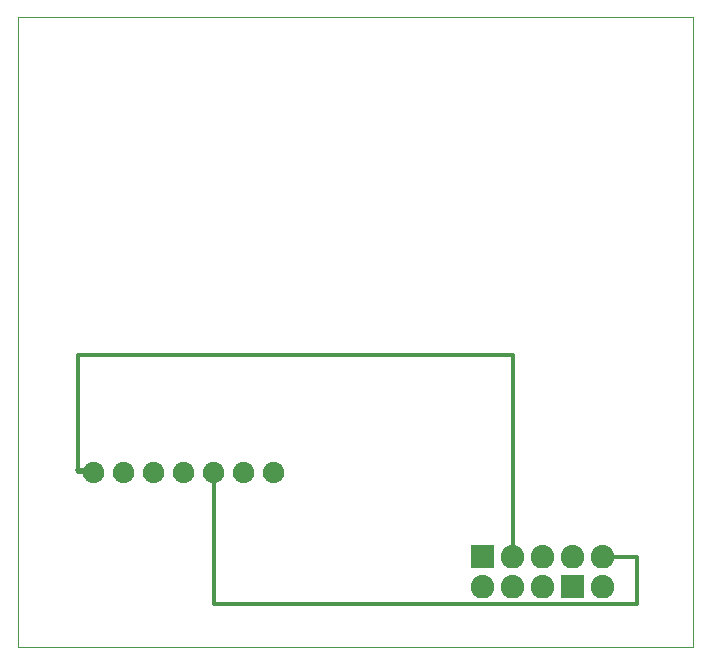
<source format=gtl>
G75*
G71*
%OFA0B0*%
%FSLAX23Y23*%
%IPPOS*%
%LPD*%
%ADD10C,0.1*%
%ADD11C,0.305*%
%LPD*%D10*
X0Y0D02*
X0Y100D01*
X0Y200D01*
X0Y300D01*
X0Y400D01*
X0Y499D01*
X0Y599D01*
X0Y699D01*
X0Y799D01*
X0Y899D01*
X0Y999D01*
X0Y1099D01*
X0Y1199D01*
X0Y1299D01*
X0Y1398D01*
X0Y1498D01*
X0Y1598D01*
X0Y1698D01*
X0Y1798D01*
X0Y1898D01*
X0Y1998D01*
X0Y2098D01*
X0Y2198D01*
X0Y2297D01*
X0Y2397D01*
X0Y2497D01*
X0Y2597D01*
X0Y2697D01*
X0Y2797D01*
X0Y2897D01*
X0Y2997D01*
X0Y3097D01*
X0Y3196D01*
X0Y3296D01*
X0Y3396D01*
X0Y3496D01*
X0Y3596D01*
X0Y3696D01*
X0Y3796D01*
X0Y3896D01*
X0Y3995D01*
X0Y4095D01*
X0Y4195D01*
X0Y4295D01*
X0Y4395D01*
X0Y4495D01*
X0Y4595D01*
X0Y4695D01*
X0Y4795D01*
X0Y4894D01*
X0Y4994D01*
X0Y5094D01*
X0Y5194D01*
X0Y5294D01*
X0Y5394D01*
X0Y5494D01*
X0Y5594D01*
X0Y5694D01*
X0Y5793D01*
X0Y5893D01*
X0Y5993D01*
X0Y6093D01*
X0Y6193D01*
X0Y6293D01*
X0Y6393D01*
X0Y6493D01*
X0Y6593D01*
X0Y6692D01*
X0Y6792D01*
X0Y6892D01*
X0Y6992D01*
X0Y7092D01*
X0Y7192D01*
X0Y7292D01*
X0Y7392D01*
X0Y7492D01*
X0Y7591D01*
X0Y7691D01*
X0Y7791D01*
X0Y7891D01*
X0Y7991D01*
X0Y8091D01*
X0Y8191D01*
X0Y8291D01*
X0Y8391D01*
X0Y8490D01*
X0Y8590D01*
X0Y8690D01*
X0Y8790D01*
X0Y8890D01*
X0Y8990D01*
X0Y9090D01*
X0Y9190D01*
X0Y9290D01*
X0Y9389D01*
X0Y9489D01*
X0Y9589D01*
X0Y9689D01*
X0Y9789D01*
X0Y9889D01*
X0Y9989D01*
X0Y10089D01*
X0Y10188D01*
X0Y10288D01*
X0Y10388D01*
X0Y10488D01*
X0Y10588D01*
X0Y10688D01*
X0Y10788D01*
X0Y10888D01*
X0Y10988D01*
X0Y11087D01*
X0Y11187D01*
X0Y11287D01*
X0Y11387D01*
X0Y11487D01*
X0Y11587D01*
X0Y11687D01*
X0Y11787D01*
X0Y11887D01*
X0Y11986D01*
X0Y12086D01*
X0Y12186D01*
X0Y12286D01*
X0Y12386D01*
X0Y12486D01*
X0Y12586D01*
X0Y12686D01*
X0Y12786D01*
X0Y12885D01*
X0Y12985D01*
X0Y13085D01*
X0Y13185D01*
X0Y13285D01*
X0Y13385D01*
X0Y13485D01*
X0Y13585D01*
X0Y13685D01*
X0Y13784D01*
X0Y13884D01*
X0Y13984D01*
X0Y14084D01*
X0Y14184D01*
X0Y14284D01*
X0Y14384D01*
X0Y14484D01*
X0Y14584D01*
X0Y14683D01*
X0Y14783D01*
X0Y14883D01*
X0Y14983D01*
X0Y15083D01*
X0Y15183D01*
X0Y15283D01*
X0Y15383D01*
X0Y15483D01*
X0Y15582D01*
X0Y15682D01*
X0Y15782D01*
X0Y15882D01*
X0Y15982D01*
X0Y16082D01*
X0Y16182D01*
X0Y16282D01*
X0Y16381D01*
X0Y16481D01*
X0Y16581D01*
X0Y16681D01*
X0Y16781D01*
X0Y16881D01*
X0Y16981D01*
X0Y17081D01*
X0Y17181D01*
X0Y17280D01*
X0Y17380D01*
X0Y17480D01*
X0Y17580D01*
X0Y17680D01*
X0Y17780D01*
X0Y17880D01*
X0Y17980D01*
X0Y18080D01*
X0Y18179D01*
X0Y18279D01*
X0Y18379D01*
X0Y18479D01*
X0Y18579D01*
X0Y18679D01*
X0Y18779D01*
X0Y18879D01*
X0Y18979D01*
X0Y19078D01*
X0Y19178D01*
X0Y19278D01*
X0Y19378D01*
X0Y19478D01*
X0Y19578D01*
X0Y19678D01*
X0Y19778D01*
X0Y19878D01*
X0Y19977D01*
X0Y20077D01*
X0Y20177D01*
X0Y20277D01*
X0Y20377D01*
X0Y20477D01*
X0Y20577D01*
X0Y20677D01*
X0Y20777D01*
X0Y20876D01*
X0Y20976D01*
X0Y21076D01*
X0Y21176D01*
X0Y21276D01*
X0Y21376D01*
X0Y21476D01*
X0Y21576D01*
X0Y21676D01*
X0Y21775D01*
X0Y21875D01*
X0Y21975D01*
X0Y22075D01*
X0Y22175D01*
X0Y22275D01*
X0Y22375D01*
X0Y22475D01*
X0Y22575D01*
X0Y22674D01*
X0Y22774D01*
X0Y22874D01*
X0Y22974D01*
X0Y23074D01*
X0Y23174D01*
X0Y23274D01*
X0Y23374D01*
X0Y23473D01*
X0Y23573D01*
X0Y23673D01*
X0Y23773D01*
X0Y23873D01*
X0Y23973D01*
X0Y24073D01*
X0Y24173D01*
X0Y24273D01*
X0Y24372D01*
X0Y24472D01*
X0Y24572D01*
X0Y24672D01*
X0Y24772D01*
X0Y24872D01*
X0Y24972D01*
X0Y25072D01*
X0Y25172D01*
X0Y25271D01*
X0Y25371D01*
X0Y25471D01*
X0Y25571D01*
X0Y25671D01*
X0Y25771D01*
X0Y25871D01*
X0Y25971D01*
X0Y26071D01*
X0Y26170D01*
X0Y26270D01*
X0Y26370D01*
X0Y26470D01*
X0Y26570D01*
X0Y26670D01*
X0Y26770D01*
X0Y26870D01*
X0Y26970D01*
X0Y27069D01*
X0Y27169D01*
X0Y27269D01*
X0Y27369D01*
X0Y27469D01*
X0Y27569D01*
X0Y27669D01*
X0Y27769D01*
X0Y27869D01*
X0Y27968D01*
X0Y28068D01*
X0Y28168D01*
X0Y28268D01*
X0Y28368D01*
X0Y28468D01*
X0Y28568D01*
X0Y28668D01*
X0Y28768D01*
X0Y28867D01*
X0Y28967D01*
X0Y29067D01*
X0Y29167D01*
X0Y29267D01*
X0Y29367D01*
X0Y29467D01*
X0Y29567D01*
X0Y29667D01*
X0Y29766D01*
X0Y29866D01*
X0Y29966D01*
X0Y30066D01*
X0Y30166D01*
X0Y30266D01*
X0Y30366D01*
X0Y30466D01*
X0Y30565D01*
X0Y30665D01*
X0Y30765D01*
X0Y30865D01*
X0Y30965D01*
X0Y31065D01*
X0Y31165D01*
X0Y31265D01*
X0Y31365D01*
X0Y31464D01*
X0Y31564D01*
X0Y31664D01*
X0Y31764D01*
X0Y31864D01*
X0Y31964D01*
X0Y32064D01*
X0Y32164D01*
X0Y32264D01*
X0Y32363D01*
X0Y32463D01*
X0Y32563D01*
X0Y32663D01*
X0Y32763D01*
X0Y32863D01*
X0Y32963D01*
X0Y33063D01*
X0Y33163D01*
X0Y33262D01*
X0Y33362D01*
X0Y33462D01*
X0Y33562D01*
X0Y33662D01*
X0Y33762D01*
X0Y33862D01*
X0Y33962D01*
X0Y34062D01*
X0Y34161D01*
X0Y34261D01*
X0Y34361D01*
X0Y34461D01*
X0Y34561D01*
X0Y34661D01*
X0Y34761D01*
X0Y34861D01*
X0Y34961D01*
X0Y35060D01*
X0Y35160D01*
X0Y35260D01*
X0Y35360D01*
X0Y35460D01*
X0Y35560D01*
X0Y35660D01*
X0Y35760D01*
X0Y35860D01*
X0Y35959D01*
X0Y36059D01*
X0Y36159D01*
X0Y36259D01*
X0Y36359D01*
X0Y36459D01*
X0Y36559D01*
X0Y36659D01*
X0Y36759D01*
X0Y36858D01*
X0Y36958D01*
X0Y37058D01*
X0Y37158D01*
X0Y37258D01*
X0Y37358D01*
X0Y37458D01*
X0Y37558D01*
X0Y37658D01*
X0Y37757D01*
X0Y37857D01*
X0Y37957D01*
X0Y38057D01*
X0Y38157D01*
X0Y38257D01*
X0Y38357D01*
X0Y38457D01*
X0Y38556D01*
X0Y38656D01*
X0Y38756D01*
X0Y38856D01*
X0Y38956D01*
X0Y39056D01*
X0Y39156D01*
X0Y39256D01*
X0Y39356D01*
X0Y39455D01*
X0Y39555D01*
X0Y39655D01*
X0Y39755D01*
X0Y39855D01*
X0Y39955D01*
X0Y40055D01*
X0Y40155D01*
X0Y40255D01*
X0Y40354D01*
X0Y40454D01*
X0Y40554D01*
X0Y40654D01*
X0Y40754D01*
X0Y40854D01*
X0Y40954D01*
X0Y41054D01*
X0Y41154D01*
X0Y41253D01*
X0Y41353D01*
X0Y41453D01*
X0Y41553D01*
X0Y41653D01*
X0Y41753D01*
X0Y41853D01*
X0Y41953D01*
X0Y42053D01*
X0Y42152D01*
X0Y42252D01*
X0Y42352D01*
X0Y42452D01*
X0Y42552D01*
X0Y42652D01*
X0Y42752D01*
X0Y42852D01*
X0Y42952D01*
X0Y43051D01*
X0Y43151D01*
X0Y43251D01*
X0Y43351D01*
X0Y43451D01*
X0Y43551D01*
X0Y43651D01*
X0Y43751D01*
X0Y43851D01*
X0Y43950D01*
X0Y44050D01*
X0Y44150D01*
X0Y44250D01*
X0Y44350D01*
X0Y44450D01*
X0Y44550D01*
X0Y44650D01*
X0Y44750D01*
X0Y44849D01*
X0Y44949D01*
X0Y45049D01*
X0Y45149D01*
X0Y45249D01*
X0Y45349D01*
X0Y45449D01*
X0Y45549D01*
X0Y45649D01*
X0Y45748D01*
X0Y45848D01*
X0Y45948D01*
X0Y46048D01*
X0Y46148D01*
X0Y46248D01*
X0Y46348D01*
X0Y46448D01*
X0Y46548D01*
X0Y46647D01*
X0Y46747D01*
X0Y46847D01*
X0Y46947D01*
X0Y47047D01*
X0Y47147D01*
X0Y47247D01*
X0Y47347D01*
X0Y47447D01*
X0Y47546D01*
X0Y47646D01*
X0Y47746D01*
X0Y47846D01*
X0Y47946D01*
X0Y48046D01*
X0Y48146D01*
X0Y48246D01*
X0Y48346D01*
X0Y48445D01*
X0Y48545D01*
X0Y48645D01*
X0Y48745D01*
X0Y48845D01*
X0Y48945D01*
X0Y49045D01*
X0Y49145D01*
X0Y49244D01*
X0Y49344D01*
X0Y49444D01*
X0Y49544D01*
X0Y49644D01*
X0Y49744D01*
X0Y49844D01*
X0Y49944D01*
X0Y50044D01*
X0Y50143D01*
X0Y50243D01*
X0Y50343D01*
X0Y50443D01*
X0Y50543D01*
X0Y50643D01*
X0Y50743D01*
X0Y50843D01*
X0Y50943D01*
X0Y51043D01*
X0Y51142D01*
X0Y51242D01*
X0Y51342D01*
X0Y51442D01*
X0Y51542D01*
X0Y51642D01*
X0Y51742D01*
X0Y51842D01*
X0Y51942D01*
X0Y52041D01*
X0Y52141D01*
X0Y52241D01*
X0Y52341D01*
X0Y52441D01*
X0Y52541D01*
X0Y52641D01*
X0Y52741D01*
X0Y52841D01*
X0Y52940D01*
X0Y53040D01*
X0Y53140D01*
X0Y53240D01*
X0Y53340D01*
X100Y53340D01*
X200Y53340D01*
X300Y53340D01*
X400Y53340D01*
X500Y53340D01*
X599Y53340D01*
X699Y53340D01*
X799Y53340D01*
X899Y53340D01*
X999Y53340D01*
X1099Y53340D01*
X1199Y53340D01*
X1299Y53340D01*
X1399Y53340D01*
X1499Y53340D01*
X1599Y53340D01*
X1699Y53340D01*
X1798Y53340D01*
X1898Y53340D01*
X1998Y53340D01*
X2098Y53340D01*
X2198Y53340D01*
X2298Y53340D01*
X2398Y53340D01*
X2498Y53340D01*
X2598Y53340D01*
X2698Y53340D01*
X2798Y53340D01*
X2897Y53340D01*
X2997Y53340D01*
X3097Y53340D01*
X3197Y53340D01*
X3297Y53340D01*
X3397Y53340D01*
X3497Y53340D01*
X3597Y53340D01*
X3697Y53340D01*
X3797Y53340D01*
X3897Y53340D01*
X3996Y53340D01*
X4096Y53340D01*
X4196Y53340D01*
X4296Y53340D01*
X4396Y53340D01*
X4496Y53340D01*
X4596Y53340D01*
X4696Y53340D01*
X4796Y53340D01*
X4896Y53340D01*
X4996Y53340D01*
X5096Y53340D01*
X5195Y53340D01*
X5295Y53340D01*
X5395Y53340D01*
X5495Y53340D01*
X5595Y53340D01*
X5695Y53340D01*
X5795Y53340D01*
X5895Y53340D01*
X5995Y53340D01*
X6095Y53340D01*
X6195Y53340D01*
X6294Y53340D01*
X6394Y53340D01*
X6494Y53340D01*
X6594Y53340D01*
X6694Y53340D01*
X6794Y53340D01*
X6894Y53340D01*
X6994Y53340D01*
X7094Y53340D01*
X7194Y53340D01*
X7294Y53340D01*
X7393Y53340D01*
X7493Y53340D01*
X7593Y53340D01*
X7693Y53340D01*
X7793Y53340D01*
X7893Y53340D01*
X7993Y53340D01*
X8093Y53340D01*
X8193Y53340D01*
X8293Y53340D01*
X8393Y53340D01*
X8493Y53340D01*
X8592Y53340D01*
X8692Y53340D01*
X8792Y53340D01*
X8892Y53340D01*
X8992Y53340D01*
X9092Y53340D01*
X9192Y53340D01*
X9292Y53340D01*
X9392Y53340D01*
X9492Y53340D01*
X9592Y53340D01*
X9691Y53340D01*
X9791Y53340D01*
X9891Y53340D01*
X9991Y53340D01*
X10091Y53340D01*
X10191Y53340D01*
X10291Y53340D01*
X10391Y53340D01*
X10491Y53340D01*
X10591Y53340D01*
X10691Y53340D01*
X10791Y53340D01*
X10890Y53340D01*
X10990Y53340D01*
X11090Y53340D01*
X11190Y53340D01*
X11290Y53340D01*
X11390Y53340D01*
X11490Y53340D01*
X11590Y53340D01*
X11690Y53340D01*
X11790Y53340D01*
X11890Y53340D01*
X11989Y53340D01*
X12089Y53340D01*
X12189Y53340D01*
X12289Y53340D01*
X12389Y53340D01*
X12489Y53340D01*
X12589Y53340D01*
X12689Y53340D01*
X12789Y53340D01*
X12889Y53340D01*
X12989Y53340D01*
X13088Y53340D01*
X13188Y53340D01*
X13288Y53340D01*
X13388Y53340D01*
X13488Y53340D01*
X13588Y53340D01*
X13688Y53340D01*
X13788Y53340D01*
X13888Y53340D01*
X13988Y53340D01*
X14088Y53340D01*
X14188Y53340D01*
X14287Y53340D01*
X14387Y53340D01*
X14487Y53340D01*
X14587Y53340D01*
X14687Y53340D01*
X14787Y53340D01*
X14887Y53340D01*
X14987Y53340D01*
X15087Y53340D01*
X15187Y53340D01*
X15287Y53340D01*
X15386Y53340D01*
X15486Y53340D01*
X15586Y53340D01*
X15686Y53340D01*
X15786Y53340D01*
X15886Y53340D01*
X15986Y53340D01*
X16086Y53340D01*
X16186Y53340D01*
X16286Y53340D01*
X16386Y53340D01*
X16485Y53340D01*
X16585Y53340D01*
X16685Y53340D01*
X16785Y53340D01*
X16885Y53340D01*
X16985Y53340D01*
X17085Y53340D01*
X17185Y53340D01*
X17285Y53340D01*
X17385Y53340D01*
X17485Y53340D01*
X17585Y53340D01*
X17684Y53340D01*
X17784Y53340D01*
X17884Y53340D01*
X17984Y53340D01*
X18084Y53340D01*
X18184Y53340D01*
X18284Y53340D01*
X18384Y53340D01*
X18484Y53340D01*
X18584Y53340D01*
X18684Y53340D01*
X18783Y53340D01*
X18883Y53340D01*
X18983Y53340D01*
X19083Y53340D01*
X19183Y53340D01*
X19283Y53340D01*
X19383Y53340D01*
X19483Y53340D01*
X19583Y53340D01*
X19683Y53340D01*
X19783Y53340D01*
X19883Y53340D01*
X19982Y53340D01*
X20082Y53340D01*
X20182Y53340D01*
X20282Y53340D01*
X20382Y53340D01*
X20482Y53340D01*
X20582Y53340D01*
X20682Y53340D01*
X20782Y53340D01*
X20882Y53340D01*
X20982Y53340D01*
X21081Y53340D01*
X21181Y53340D01*
X21281Y53340D01*
X21381Y53340D01*
X21481Y53340D01*
X21581Y53340D01*
X21681Y53340D01*
X21781Y53340D01*
X21881Y53340D01*
X21981Y53340D01*
X22081Y53340D01*
X22180Y53340D01*
X22280Y53340D01*
X22380Y53340D01*
X22480Y53340D01*
X22580Y53340D01*
X22680Y53340D01*
X22780Y53340D01*
X22880Y53340D01*
X22980Y53340D01*
X23080Y53340D01*
X23180Y53340D01*
X23280Y53340D01*
X23379Y53340D01*
X23479Y53340D01*
X23579Y53340D01*
X23679Y53340D01*
X23779Y53340D01*
X23879Y53340D01*
X23979Y53340D01*
X24079Y53340D01*
X24179Y53340D01*
X24279Y53340D01*
X24379Y53340D01*
X24478Y53340D01*
X24578Y53340D01*
X24678Y53340D01*
X24778Y53340D01*
X24878Y53340D01*
X24978Y53340D01*
X25078Y53340D01*
X25178Y53340D01*
X25278Y53340D01*
X25378Y53340D01*
X25478Y53340D01*
X25578Y53340D01*
X25677Y53340D01*
X25777Y53340D01*
X25877Y53340D01*
X25977Y53340D01*
X26077Y53340D01*
X26177Y53340D01*
X26277Y53340D01*
X26377Y53340D01*
X26477Y53340D01*
X26577Y53340D01*
X26677Y53340D01*
X26776Y53340D01*
X26876Y53340D01*
X26976Y53340D01*
X27076Y53340D01*
X27176Y53340D01*
X27276Y53340D01*
X27376Y53340D01*
X27476Y53340D01*
X27576Y53340D01*
X27676Y53340D01*
X27776Y53340D01*
X27875Y53340D01*
X27975Y53340D01*
X28075Y53340D01*
X28175Y53340D01*
X28275Y53340D01*
X28375Y53340D01*
X28475Y53340D01*
X28575Y53340D01*
X28675Y53340D01*
X28775Y53340D01*
X28875Y53340D01*
X28975Y53340D01*
X29074Y53340D01*
X29174Y53340D01*
X29274Y53340D01*
X29374Y53340D01*
X29474Y53340D01*
X29574Y53340D01*
X29674Y53340D01*
X29774Y53340D01*
X29874Y53340D01*
X29974Y53340D01*
X30074Y53340D01*
X30173Y53340D01*
X30273Y53340D01*
X30373Y53340D01*
X30473Y53340D01*
X30573Y53340D01*
X30673Y53340D01*
X30773Y53340D01*
X30873Y53340D01*
X30973Y53340D01*
X31073Y53340D01*
X31173Y53340D01*
X31273Y53340D01*
X31372Y53340D01*
X31472Y53340D01*
X31572Y53340D01*
X31672Y53340D01*
X31772Y53340D01*
X31872Y53340D01*
X31972Y53340D01*
X32072Y53340D01*
X32172Y53340D01*
X32272Y53340D01*
X32372Y53340D01*
X32471Y53340D01*
X32571Y53340D01*
X32671Y53340D01*
X32771Y53340D01*
X32871Y53340D01*
X32971Y53340D01*
X33071Y53340D01*
X33171Y53340D01*
X33271Y53340D01*
X33371Y53340D01*
X33471Y53340D01*
X33571Y53340D01*
X33670Y53340D01*
X33770Y53340D01*
X33870Y53340D01*
X33970Y53340D01*
X34070Y53340D01*
X34170Y53340D01*
X34270Y53340D01*
X34370Y53340D01*
X34470Y53340D01*
X34570Y53340D01*
X34670Y53340D01*
X34769Y53340D01*
X34869Y53340D01*
X34969Y53340D01*
X35069Y53340D01*
X35169Y53340D01*
X35269Y53340D01*
X35369Y53340D01*
X35469Y53340D01*
X35569Y53340D01*
X35669Y53340D01*
X35769Y53340D01*
X35868Y53340D01*
X35968Y53340D01*
X36068Y53340D01*
X36168Y53340D01*
X36268Y53340D01*
X36368Y53340D01*
X36468Y53340D01*
X36568Y53340D01*
X36668Y53340D01*
X36768Y53340D01*
X36868Y53340D01*
X36968Y53340D01*
X37067Y53340D01*
X37167Y53340D01*
X37267Y53340D01*
X37367Y53340D01*
X37467Y53340D01*
X37567Y53340D01*
X37667Y53340D01*
X37767Y53340D01*
X37867Y53340D01*
X37967Y53340D01*
X38067Y53340D01*
X38166Y53340D01*
X38266Y53340D01*
X38366Y53340D01*
X38466Y53340D01*
X38566Y53340D01*
X38666Y53340D01*
X38766Y53340D01*
X38866Y53340D01*
X38966Y53340D01*
X39066Y53340D01*
X39166Y53340D01*
X39265Y53340D01*
X39365Y53340D01*
X39465Y53340D01*
X39565Y53340D01*
X39665Y53340D01*
X39765Y53340D01*
X39865Y53340D01*
X39965Y53340D01*
X40065Y53340D01*
X40165Y53340D01*
X40265Y53340D01*
X40365Y53340D01*
X40464Y53340D01*
X40564Y53340D01*
X40664Y53340D01*
X40764Y53340D01*
X40864Y53340D01*
X40964Y53340D01*
X41064Y53340D01*
X41164Y53340D01*
X41264Y53340D01*
X41364Y53340D01*
X41464Y53340D01*
X41563Y53340D01*
X41663Y53340D01*
X41763Y53340D01*
X41863Y53340D01*
X41963Y53340D01*
X42063Y53340D01*
X42163Y53340D01*
X42263Y53340D01*
X42363Y53340D01*
X42463Y53340D01*
X42563Y53340D01*
X42663Y53340D01*
X42762Y53340D01*
X42862Y53340D01*
X42962Y53340D01*
X43062Y53340D01*
X43162Y53340D01*
X43262Y53340D01*
X43362Y53340D01*
X43462Y53340D01*
X43562Y53340D01*
X43662Y53340D01*
X43762Y53340D01*
X43861Y53340D01*
X43961Y53340D01*
X44061Y53340D01*
X44161Y53340D01*
X44261Y53340D01*
X44361Y53340D01*
X44461Y53340D01*
X44561Y53340D01*
X44661Y53340D01*
X44761Y53340D01*
X44861Y53340D01*
X44961Y53340D01*
X45060Y53340D01*
X45160Y53340D01*
X45260Y53340D01*
X45360Y53340D01*
X45460Y53340D01*
X45560Y53340D01*
X45660Y53340D01*
X45760Y53340D01*
X45860Y53340D01*
X45960Y53340D01*
X46060Y53340D01*
X46159Y53340D01*
X46259Y53340D01*
X46359Y53340D01*
X46459Y53340D01*
X46559Y53340D01*
X46659Y53340D01*
X46759Y53340D01*
X46859Y53340D01*
X46959Y53340D01*
X47059Y53340D01*
X47159Y53340D01*
X47259Y53340D01*
X47358Y53340D01*
X47458Y53340D01*
X47558Y53340D01*
X47658Y53340D01*
X47758Y53340D01*
X47858Y53340D01*
X47958Y53340D01*
X48058Y53340D01*
X48158Y53340D01*
X48258Y53340D01*
X48358Y53340D01*
X48457Y53340D01*
X48557Y53340D01*
X48657Y53340D01*
X48757Y53340D01*
X48857Y53340D01*
X48957Y53340D01*
X49057Y53340D01*
X49157Y53340D01*
X49257Y53340D01*
X49357Y53340D01*
X49457Y53340D01*
X49557Y53340D01*
X49656Y53340D01*
X49756Y53340D01*
X49856Y53340D01*
X49956Y53340D01*
X50056Y53340D01*
X50156Y53340D01*
X50256Y53340D01*
X50356Y53340D01*
X50456Y53340D01*
X50556Y53340D01*
X50656Y53340D01*
X50755Y53340D01*
X50855Y53340D01*
X50955Y53340D01*
X51055Y53340D01*
X51155Y53340D01*
X51255Y53340D01*
X51355Y53340D01*
X51455Y53340D01*
X51555Y53340D01*
X51655Y53340D01*
X51755Y53340D01*
X51855Y53340D01*
X51954Y53340D01*
X52054Y53340D01*
X52154Y53340D01*
X52254Y53340D01*
X52354Y53340D01*
X52454Y53340D01*
X52554Y53340D01*
X52654Y53340D01*
X52754Y53340D01*
X52854Y53340D01*
X52954Y53340D01*
X53053Y53340D01*
X53153Y53340D01*
X53253Y53340D01*
X53353Y53340D01*
X53453Y53340D01*
X53553Y53340D01*
X53653Y53340D01*
X53753Y53340D01*
X53853Y53340D01*
X53953Y53340D01*
X54053Y53340D01*
X54153Y53340D01*
X54252Y53340D01*
X54352Y53340D01*
X54452Y53340D01*
X54552Y53340D01*
X54652Y53340D01*
X54752Y53340D01*
X54852Y53340D01*
X54952Y53340D01*
X55052Y53340D01*
X55152Y53340D01*
X55252Y53340D01*
X55351Y53340D01*
X55451Y53340D01*
X55551Y53340D01*
X55651Y53340D01*
X55751Y53340D01*
X55851Y53340D01*
X55951Y53340D01*
X56051Y53340D01*
X56151Y53340D01*
X56251Y53340D01*
X56351Y53340D01*
X56451Y53340D01*
X56550Y53340D01*
X56650Y53340D01*
X56750Y53340D01*
X56850Y53340D01*
X56950Y53340D01*
X57050Y53340D01*
X57150Y53340D01*
X57150Y53240D01*
X57150Y53140D01*
X57150Y53040D01*
X57150Y52940D01*
X57150Y52841D01*
X57150Y52741D01*
X57150Y52641D01*
X57150Y52541D01*
X57150Y52441D01*
X57150Y52341D01*
X57150Y52241D01*
X57150Y52141D01*
X57150Y52041D01*
X57150Y51942D01*
X57150Y51842D01*
X57150Y51742D01*
X57150Y51642D01*
X57150Y51542D01*
X57150Y51442D01*
X57150Y51342D01*
X57150Y51242D01*
X57150Y51142D01*
X57150Y51043D01*
X57150Y50943D01*
X57150Y50843D01*
X57150Y50743D01*
X57150Y50643D01*
X57150Y50543D01*
X57150Y50443D01*
X57150Y50343D01*
X57150Y50243D01*
X57150Y50144D01*
X57150Y50044D01*
X57150Y49944D01*
X57150Y49844D01*
X57150Y49744D01*
X57150Y49644D01*
X57150Y49544D01*
X57150Y49444D01*
X57150Y49345D01*
X57150Y49245D01*
X57150Y49145D01*
X57150Y49045D01*
X57150Y48945D01*
X57150Y48845D01*
X57150Y48745D01*
X57150Y48645D01*
X57150Y48545D01*
X57150Y48446D01*
X57150Y48346D01*
X57150Y48246D01*
X57150Y48146D01*
X57150Y48046D01*
X57150Y47946D01*
X57150Y47846D01*
X57150Y47746D01*
X57150Y47646D01*
X57150Y47547D01*
X57150Y47447D01*
X57150Y47347D01*
X57150Y47247D01*
X57150Y47147D01*
X57150Y47047D01*
X57150Y46947D01*
X57150Y46847D01*
X57150Y46747D01*
X57150Y46648D01*
X57150Y46548D01*
X57150Y46448D01*
X57150Y46348D01*
X57150Y46248D01*
X57150Y46148D01*
X57150Y46048D01*
X57150Y45948D01*
X57150Y45848D01*
X57150Y45749D01*
X57150Y45649D01*
X57150Y45549D01*
X57150Y45449D01*
X57150Y45349D01*
X57150Y45249D01*
X57150Y45149D01*
X57150Y45049D01*
X57150Y44949D01*
X57150Y44850D01*
X57150Y44750D01*
X57150Y44650D01*
X57150Y44550D01*
X57150Y44450D01*
X57150Y44350D01*
X57150Y44250D01*
X57150Y44150D01*
X57150Y44050D01*
X57150Y43951D01*
X57150Y43851D01*
X57150Y43751D01*
X57150Y43651D01*
X57150Y43551D01*
X57150Y43451D01*
X57150Y43351D01*
X57150Y43251D01*
X57150Y43152D01*
X57150Y43052D01*
X57150Y42952D01*
X57150Y42852D01*
X57150Y42752D01*
X57150Y42652D01*
X57150Y42552D01*
X57150Y42452D01*
X57150Y42352D01*
X57150Y42253D01*
X57150Y42153D01*
X57150Y42053D01*
X57150Y41953D01*
X57150Y41853D01*
X57150Y41753D01*
X57150Y41653D01*
X57150Y41553D01*
X57150Y41453D01*
X57150Y41354D01*
X57150Y41254D01*
X57150Y41154D01*
X57150Y41054D01*
X57150Y40954D01*
X57150Y40854D01*
X57150Y40754D01*
X57150Y40654D01*
X57150Y40554D01*
X57150Y40455D01*
X57150Y40355D01*
X57150Y40255D01*
X57150Y40155D01*
X57150Y40055D01*
X57150Y39955D01*
X57150Y39855D01*
X57150Y39755D01*
X57150Y39655D01*
X57150Y39556D01*
X57150Y39456D01*
X57150Y39356D01*
X57150Y39256D01*
X57150Y39156D01*
X57150Y39056D01*
X57150Y38956D01*
X57150Y38856D01*
X57150Y38756D01*
X57150Y38657D01*
X57150Y38557D01*
X57150Y38457D01*
X57150Y38357D01*
X57150Y38257D01*
X57150Y38157D01*
X57150Y38057D01*
X57150Y37957D01*
X57150Y37857D01*
X57150Y37758D01*
X57150Y37658D01*
X57150Y37558D01*
X57150Y37458D01*
X57150Y37358D01*
X57150Y37258D01*
X57150Y37158D01*
X57150Y37058D01*
X57150Y36959D01*
X57150Y36859D01*
X57150Y36759D01*
X57150Y36659D01*
X57150Y36559D01*
X57150Y36459D01*
X57150Y36359D01*
X57150Y36259D01*
X57150Y36159D01*
X57150Y36060D01*
X57150Y35960D01*
X57150Y35860D01*
X57150Y35760D01*
X57150Y35660D01*
X57150Y35560D01*
X57150Y35460D01*
X57150Y35360D01*
X57150Y35260D01*
X57150Y35161D01*
X57150Y35061D01*
X57150Y34961D01*
X57150Y34861D01*
X57150Y34761D01*
X57150Y34661D01*
X57150Y34561D01*
X57150Y34461D01*
X57150Y34361D01*
X57150Y34262D01*
X57150Y34162D01*
X57150Y34062D01*
X57150Y33962D01*
X57150Y33862D01*
X57150Y33762D01*
X57150Y33662D01*
X57150Y33562D01*
X57150Y33462D01*
X57150Y33363D01*
X57150Y33263D01*
X57150Y33163D01*
X57150Y33063D01*
X57150Y32963D01*
X57150Y32863D01*
X57150Y32763D01*
X57150Y32663D01*
X57150Y32563D01*
X57150Y32464D01*
X57150Y32364D01*
X57150Y32264D01*
X57150Y32164D01*
X57150Y32064D01*
X57150Y31964D01*
X57150Y31864D01*
X57150Y31764D01*
X57150Y31664D01*
X57150Y31565D01*
X57150Y31465D01*
X57150Y31365D01*
X57150Y31265D01*
X57150Y31165D01*
X57150Y31065D01*
X57150Y30965D01*
X57150Y30865D01*
X57150Y30765D01*
X57150Y30666D01*
X57150Y30566D01*
X57150Y30466D01*
X57150Y30366D01*
X57150Y30266D01*
X57150Y30166D01*
X57150Y30066D01*
X57150Y29966D01*
X57150Y29867D01*
X57150Y29767D01*
X57150Y29667D01*
X57150Y29567D01*
X57150Y29467D01*
X57150Y29367D01*
X57150Y29267D01*
X57150Y29167D01*
X57150Y29067D01*
X57150Y28968D01*
X57150Y28868D01*
X57150Y28768D01*
X57150Y28668D01*
X57150Y28568D01*
X57150Y28468D01*
X57150Y28368D01*
X57150Y28268D01*
X57150Y28168D01*
X57150Y28069D01*
X57150Y27969D01*
X57150Y27869D01*
X57150Y27769D01*
X57150Y27669D01*
X57150Y27569D01*
X57150Y27469D01*
X57150Y27369D01*
X57150Y27269D01*
X57150Y27170D01*
X57150Y27070D01*
X57150Y26970D01*
X57150Y26870D01*
X57150Y26770D01*
X57150Y26670D01*
X57150Y26570D01*
X57150Y26470D01*
X57150Y26370D01*
X57150Y26271D01*
X57150Y26171D01*
X57150Y26071D01*
X57150Y25971D01*
X57150Y25871D01*
X57150Y25771D01*
X57150Y25671D01*
X57150Y25571D01*
X57150Y25471D01*
X57150Y25372D01*
X57150Y25272D01*
X57150Y25172D01*
X57150Y25072D01*
X57150Y24972D01*
X57150Y24872D01*
X57150Y24772D01*
X57150Y24672D01*
X57150Y24572D01*
X57150Y24473D01*
X57150Y24373D01*
X57150Y24273D01*
X57150Y24173D01*
X57150Y24073D01*
X57150Y23973D01*
X57150Y23873D01*
X57150Y23773D01*
X57150Y23673D01*
X57150Y23574D01*
X57150Y23474D01*
X57150Y23374D01*
X57150Y23274D01*
X57150Y23174D01*
X57150Y23074D01*
X57150Y22974D01*
X57150Y22874D01*
X57150Y22775D01*
X57150Y22675D01*
X57150Y22575D01*
X57150Y22475D01*
X57150Y22375D01*
X57150Y22275D01*
X57150Y22175D01*
X57150Y22075D01*
X57150Y21975D01*
X57150Y21876D01*
X57150Y21776D01*
X57150Y21676D01*
X57150Y21576D01*
X57150Y21476D01*
X57150Y21376D01*
X57150Y21276D01*
X57150Y21176D01*
X57150Y21076D01*
X57150Y20977D01*
X57150Y20877D01*
X57150Y20777D01*
X57150Y20677D01*
X57150Y20577D01*
X57150Y20477D01*
X57150Y20377D01*
X57150Y20277D01*
X57150Y20177D01*
X57150Y20078D01*
X57150Y19978D01*
X57150Y19878D01*
X57150Y19778D01*
X57150Y19678D01*
X57150Y19578D01*
X57150Y19478D01*
X57150Y19378D01*
X57150Y19278D01*
X57150Y19179D01*
X57150Y19079D01*
X57150Y18979D01*
X57150Y18879D01*
X57150Y18779D01*
X57150Y18679D01*
X57150Y18579D01*
X57150Y18479D01*
X57150Y18379D01*
X57150Y18280D01*
X57150Y18180D01*
X57150Y18080D01*
X57150Y17980D01*
X57150Y17880D01*
X57150Y17780D01*
X57150Y17680D01*
X57150Y17580D01*
X57150Y17480D01*
X57150Y17381D01*
X57150Y17281D01*
X57150Y17181D01*
X57150Y17081D01*
X57150Y16981D01*
X57150Y16881D01*
X57150Y16781D01*
X57150Y16681D01*
X57150Y16581D01*
X57150Y16482D01*
X57150Y16382D01*
X57150Y16282D01*
X57150Y16182D01*
X57150Y16082D01*
X57150Y15982D01*
X57150Y15882D01*
X57150Y15782D01*
X57150Y15682D01*
X57150Y15583D01*
X57150Y15483D01*
X57150Y15383D01*
X57150Y15283D01*
X57150Y15183D01*
X57150Y15083D01*
X57150Y14983D01*
X57150Y14883D01*
X57150Y14784D01*
X57150Y14684D01*
X57150Y14584D01*
X57150Y14484D01*
X57150Y14384D01*
X57150Y14284D01*
X57150Y14184D01*
X57150Y14084D01*
X57150Y13984D01*
X57150Y13885D01*
X57150Y13785D01*
X57150Y13685D01*
X57150Y13585D01*
X57150Y13485D01*
X57150Y13385D01*
X57150Y13285D01*
X57150Y13185D01*
X57150Y13085D01*
X57150Y12986D01*
X57150Y12886D01*
X57150Y12786D01*
X57150Y12686D01*
X57150Y12586D01*
X57150Y12486D01*
X57150Y12386D01*
X57150Y12286D01*
X57150Y12186D01*
X57150Y12087D01*
X57150Y11987D01*
X57150Y11887D01*
X57150Y11787D01*
X57150Y11687D01*
X57150Y11587D01*
X57150Y11487D01*
X57150Y11387D01*
X57150Y11287D01*
X57150Y11188D01*
X57150Y11088D01*
X57150Y10988D01*
X57150Y10888D01*
X57150Y10788D01*
X57150Y10688D01*
X57150Y10588D01*
X57150Y10488D01*
X57150Y10388D01*
X57150Y10289D01*
X57150Y10189D01*
X57150Y10089D01*
X57150Y9989D01*
X57150Y9889D01*
X57150Y9789D01*
X57150Y9689D01*
X57150Y9589D01*
X57150Y9489D01*
X57150Y9390D01*
X57150Y9290D01*
X57150Y9190D01*
X57150Y9090D01*
X57150Y8990D01*
X57150Y8890D01*
X57150Y8790D01*
X57150Y8690D01*
X57150Y8590D01*
X57150Y8491D01*
X57150Y8391D01*
X57150Y8291D01*
X57150Y8191D01*
X57150Y8091D01*
X57150Y7991D01*
X57150Y7891D01*
X57150Y7791D01*
X57150Y7691D01*
X57150Y7592D01*
X57150Y7492D01*
X57150Y7392D01*
X57150Y7292D01*
X57150Y7192D01*
X57150Y7092D01*
X57150Y6992D01*
X57150Y6892D01*
X57150Y6792D01*
X57150Y6693D01*
X57150Y6593D01*
X57150Y6493D01*
X57150Y6393D01*
X57150Y6293D01*
X57150Y6193D01*
X57150Y6093D01*
X57150Y5993D01*
X57150Y5893D01*
X57150Y5794D01*
X57150Y5694D01*
X57150Y5594D01*
X57150Y5494D01*
X57150Y5394D01*
X57150Y5294D01*
X57150Y5194D01*
X57150Y5094D01*
X57150Y4994D01*
X57150Y4895D01*
X57150Y4795D01*
X57150Y4695D01*
X57150Y4595D01*
X57150Y4495D01*
X57150Y4395D01*
X57150Y4295D01*
X57150Y4195D01*
X57150Y4096D01*
X57150Y3996D01*
X57150Y3896D01*
X57150Y3796D01*
X57150Y3696D01*
X57150Y3596D01*
X57150Y3496D01*
X57150Y3396D01*
X57150Y3296D01*
X57150Y3197D01*
X57150Y3097D01*
X57150Y2997D01*
X57150Y2897D01*
X57150Y2797D01*
X57150Y2697D01*
X57150Y2597D01*
X57150Y2497D01*
X57150Y2397D01*
X57150Y2297D01*
X57150Y2198D01*
X57150Y2098D01*
X57150Y1998D01*
X57150Y1898D01*
X57150Y1798D01*
X57150Y1698D01*
X57150Y1598D01*
X57150Y1498D01*
X57150Y1398D01*
X57150Y1299D01*
X57150Y1199D01*
X57150Y1099D01*
X57150Y999D01*
X57150Y899D01*
X57150Y799D01*
X57150Y699D01*
X57150Y599D01*
X57150Y499D01*
X57150Y400D01*
X57150Y300D01*
X57150Y200D01*
X57150Y100D01*
X57150Y0D01*
X57050Y0D01*
X56950Y0D01*
X56850Y0D01*
X56750Y0D01*
X56650Y0D01*
X56551Y0D01*
X56451Y0D01*
X56351Y0D01*
X56251Y0D01*
X56151Y0D01*
X56051Y0D01*
X55951Y0D01*
X55851Y0D01*
X55751Y0D01*
X55651Y0D01*
X55551Y0D01*
X55451Y0D01*
X55352Y0D01*
X55252Y0D01*
X55152Y0D01*
X55052Y0D01*
X54952Y0D01*
X54852Y0D01*
X54752Y0D01*
X54652Y0D01*
X54552Y0D01*
X54452Y0D01*
X54352Y0D01*
X54253Y0D01*
X54153Y0D01*
X54053Y0D01*
X53953Y0D01*
X53853Y0D01*
X53753Y0D01*
X53653Y0D01*
X53553Y0D01*
X53453Y0D01*
X53353Y0D01*
X53253Y0D01*
X53154Y0D01*
X53054Y0D01*
X52954Y0D01*
X52854Y0D01*
X52754Y0D01*
X52654Y0D01*
X52554Y0D01*
X52454Y0D01*
X52354Y0D01*
X52254Y0D01*
X52154Y0D01*
X52054Y0D01*
X51955Y0D01*
X51855Y0D01*
X51755Y0D01*
X51655Y0D01*
X51555Y0D01*
X51455Y0D01*
X51355Y0D01*
X51255Y0D01*
X51155Y0D01*
X51055Y0D01*
X50955Y0D01*
X50856Y0D01*
X50756Y0D01*
X50656Y0D01*
X50556Y0D01*
X50456Y0D01*
X50356Y0D01*
X50256Y0D01*
X50156Y0D01*
X50056Y0D01*
X49956Y0D01*
X49856Y0D01*
X49757Y0D01*
X49657Y0D01*
X49557Y0D01*
X49457Y0D01*
X49357Y0D01*
X49257Y0D01*
X49157Y0D01*
X49057Y0D01*
X48957Y0D01*
X48857Y0D01*
X48757Y0D01*
X48657Y0D01*
X48558Y0D01*
X48458Y0D01*
X48358Y0D01*
X48258Y0D01*
X48158Y0D01*
X48058Y0D01*
X47958Y0D01*
X47858Y0D01*
X47758Y0D01*
X47658Y0D01*
X47558Y0D01*
X47459Y0D01*
X47359Y0D01*
X47259Y0D01*
X47159Y0D01*
X47059Y0D01*
X46959Y0D01*
X46859Y0D01*
X46759Y0D01*
X46659Y0D01*
X46559Y0D01*
X46459Y0D01*
X46359Y0D01*
X46260Y0D01*
X46160Y0D01*
X46060Y0D01*
X45960Y0D01*
X45860Y0D01*
X45760Y0D01*
X45660Y0D01*
X45560Y0D01*
X45460Y0D01*
X45360Y0D01*
X45260Y0D01*
X45161Y0D01*
X45061Y0D01*
X44961Y0D01*
X44861Y0D01*
X44761Y0D01*
X44661Y0D01*
X44561Y0D01*
X44461Y0D01*
X44361Y0D01*
X44261Y0D01*
X44161Y0D01*
X44062Y0D01*
X43962Y0D01*
X43862Y0D01*
X43762Y0D01*
X43662Y0D01*
X43562Y0D01*
X43462Y0D01*
X43362Y0D01*
X43262Y0D01*
X43162Y0D01*
X43062Y0D01*
X42962Y0D01*
X42863Y0D01*
X42763Y0D01*
X42663Y0D01*
X42563Y0D01*
X42463Y0D01*
X42363Y0D01*
X42263Y0D01*
X42163Y0D01*
X42063Y0D01*
X41963Y0D01*
X41863Y0D01*
X41764Y0D01*
X41664Y0D01*
X41564Y0D01*
X41464Y0D01*
X41364Y0D01*
X41264Y0D01*
X41164Y0D01*
X41064Y0D01*
X40964Y0D01*
X40864Y0D01*
X40764Y0D01*
X40665Y0D01*
X40565Y0D01*
X40465Y0D01*
X40365Y0D01*
X40265Y0D01*
X40165Y0D01*
X40065Y0D01*
X39965Y0D01*
X39865Y0D01*
X39765Y0D01*
X39665Y0D01*
X39565Y0D01*
X39466Y0D01*
X39366Y0D01*
X39266Y0D01*
X39166Y0D01*
X39066Y0D01*
X38966Y0D01*
X38866Y0D01*
X38766Y0D01*
X38666Y0D01*
X38566Y0D01*
X38466Y0D01*
X38367Y0D01*
X38267Y0D01*
X38167Y0D01*
X38067Y0D01*
X37967Y0D01*
X37867Y0D01*
X37767Y0D01*
X37667Y0D01*
X37567Y0D01*
X37467Y0D01*
X37367Y0D01*
X37267Y0D01*
X37168Y0D01*
X37068Y0D01*
X36968Y0D01*
X36868Y0D01*
X36768Y0D01*
X36668Y0D01*
X36568Y0D01*
X36468Y0D01*
X36368Y0D01*
X36268Y0D01*
X36168Y0D01*
X36069Y0D01*
X35969Y0D01*
X35869Y0D01*
X35769Y0D01*
X35669Y0D01*
X35569Y0D01*
X35469Y0D01*
X35369Y0D01*
X35269Y0D01*
X35169Y0D01*
X35069Y0D01*
X34970Y0D01*
X34870Y0D01*
X34770Y0D01*
X34670Y0D01*
X34570Y0D01*
X34470Y0D01*
X34370Y0D01*
X34270Y0D01*
X34170Y0D01*
X34070Y0D01*
X33970Y0D01*
X33870Y0D01*
X33771Y0D01*
X33671Y0D01*
X33571Y0D01*
X33471Y0D01*
X33371Y0D01*
X33271Y0D01*
X33171Y0D01*
X33071Y0D01*
X32971Y0D01*
X32871Y0D01*
X32771Y0D01*
X32672Y0D01*
X32572Y0D01*
X32472Y0D01*
X32372Y0D01*
X32272Y0D01*
X32172Y0D01*
X32072Y0D01*
X31972Y0D01*
X31872Y0D01*
X31772Y0D01*
X31672Y0D01*
X31572Y0D01*
X31473Y0D01*
X31373Y0D01*
X31273Y0D01*
X31173Y0D01*
X31073Y0D01*
X30973Y0D01*
X30873Y0D01*
X30773Y0D01*
X30673Y0D01*
X30573Y0D01*
X30473Y0D01*
X30374Y0D01*
X30274Y0D01*
X30174Y0D01*
X30074Y0D01*
X29974Y0D01*
X29874Y0D01*
X29774Y0D01*
X29674Y0D01*
X29574Y0D01*
X29474Y0D01*
X29374Y0D01*
X29275Y0D01*
X29175Y0D01*
X29075Y0D01*
X28975Y0D01*
X28875Y0D01*
X28775Y0D01*
X28675Y0D01*
X28575Y0D01*
X28475Y0D01*
X28375Y0D01*
X28275Y0D01*
X28175Y0D01*
X28076Y0D01*
X27976Y0D01*
X27876Y0D01*
X27776Y0D01*
X27676Y0D01*
X27576Y0D01*
X27476Y0D01*
X27376Y0D01*
X27276Y0D01*
X27176Y0D01*
X27076Y0D01*
X26977Y0D01*
X26877Y0D01*
X26777Y0D01*
X26677Y0D01*
X26577Y0D01*
X26477Y0D01*
X26377Y0D01*
X26277Y0D01*
X26177Y0D01*
X26077Y0D01*
X25977Y0D01*
X25877Y0D01*
X25778Y0D01*
X25678Y0D01*
X25578Y0D01*
X25478Y0D01*
X25378Y0D01*
X25278Y0D01*
X25178Y0D01*
X25078Y0D01*
X24978Y0D01*
X24878Y0D01*
X24778Y0D01*
X24679Y0D01*
X24579Y0D01*
X24479Y0D01*
X24379Y0D01*
X24279Y0D01*
X24179Y0D01*
X24079Y0D01*
X23979Y0D01*
X23879Y0D01*
X23779Y0D01*
X23679Y0D01*
X23579Y0D01*
X23480Y0D01*
X23380Y0D01*
X23280Y0D01*
X23180Y0D01*
X23080Y0D01*
X22980Y0D01*
X22880Y0D01*
X22780Y0D01*
X22680Y0D01*
X22580Y0D01*
X22480Y0D01*
X22381Y0D01*
X22281Y0D01*
X22181Y0D01*
X22081Y0D01*
X21981Y0D01*
X21881Y0D01*
X21781Y0D01*
X21681Y0D01*
X21581Y0D01*
X21481Y0D01*
X21381Y0D01*
X21282Y0D01*
X21182Y0D01*
X21082Y0D01*
X20982Y0D01*
X20882Y0D01*
X20782Y0D01*
X20682Y0D01*
X20582Y0D01*
X20482Y0D01*
X20382Y0D01*
X20282Y0D01*
X20182Y0D01*
X20083Y0D01*
X19983Y0D01*
X19883Y0D01*
X19783Y0D01*
X19683Y0D01*
X19583Y0D01*
X19483Y0D01*
X19383Y0D01*
X19283Y0D01*
X19183Y0D01*
X19083Y0D01*
X18984Y0D01*
X18884Y0D01*
X18784Y0D01*
X18684Y0D01*
X18584Y0D01*
X18484Y0D01*
X18384Y0D01*
X18284Y0D01*
X18184Y0D01*
X18084Y0D01*
X17984Y0D01*
X17885Y0D01*
X17785Y0D01*
X17685Y0D01*
X17585Y0D01*
X17485Y0D01*
X17385Y0D01*
X17285Y0D01*
X17185Y0D01*
X17085Y0D01*
X16985Y0D01*
X16885Y0D01*
X16785Y0D01*
X16686Y0D01*
X16586Y0D01*
X16486Y0D01*
X16386Y0D01*
X16286Y0D01*
X16186Y0D01*
X16086Y0D01*
X15986Y0D01*
X15886Y0D01*
X15786Y0D01*
X15686Y0D01*
X15587Y0D01*
X15487Y0D01*
X15387Y0D01*
X15287Y0D01*
X15187Y0D01*
X15087Y0D01*
X14987Y0D01*
X14887Y0D01*
X14787Y0D01*
X14687Y0D01*
X14587Y0D01*
X14487Y0D01*
X14388Y0D01*
X14288Y0D01*
X14188Y0D01*
X14088Y0D01*
X13988Y0D01*
X13888Y0D01*
X13788Y0D01*
X13688Y0D01*
X13588Y0D01*
X13488Y0D01*
X13388Y0D01*
X13289Y0D01*
X13189Y0D01*
X13089Y0D01*
X12989Y0D01*
X12889Y0D01*
X12789Y0D01*
X12689Y0D01*
X12589Y0D01*
X12489Y0D01*
X12389Y0D01*
X12289Y0D01*
X12189Y0D01*
X12090Y0D01*
X11990Y0D01*
X11890Y0D01*
X11790Y0D01*
X11690Y0D01*
X11590Y0D01*
X11490Y0D01*
X11390Y0D01*
X11290Y0D01*
X11190Y0D01*
X11090Y0D01*
X10991Y0D01*
X10891Y0D01*
X10791Y0D01*
X10691Y0D01*
X10591Y0D01*
X10491Y0D01*
X10391Y0D01*
X10291Y0D01*
X10191Y0D01*
X10091Y0D01*
X9991Y0D01*
X9891Y0D01*
X9792Y0D01*
X9692Y0D01*
X9592Y0D01*
X9492Y0D01*
X9392Y0D01*
X9292Y0D01*
X9192Y0D01*
X9092Y0D01*
X8992Y0D01*
X8892Y0D01*
X8792Y0D01*
X8693Y0D01*
X8593Y0D01*
X8493Y0D01*
X8393Y0D01*
X8293Y0D01*
X8193Y0D01*
X8093Y0D01*
X7993Y0D01*
X7893Y0D01*
X7793Y0D01*
X7693Y0D01*
X7593Y0D01*
X7494Y0D01*
X7394Y0D01*
X7294Y0D01*
X7194Y0D01*
X7094Y0D01*
X6994Y0D01*
X6894Y0D01*
X6794Y0D01*
X6694Y0D01*
X6594Y0D01*
X6494Y0D01*
X6395Y0D01*
X6295Y0D01*
X6195Y0D01*
X6095Y0D01*
X5995Y0D01*
X5895Y0D01*
X5795Y0D01*
X5695Y0D01*
X5595Y0D01*
X5495Y0D01*
X5395Y0D01*
X5295Y0D01*
X5196Y0D01*
X5096Y0D01*
X4996Y0D01*
X4896Y0D01*
X4796Y0D01*
X4696Y0D01*
X4596Y0D01*
X4496Y0D01*
X4396Y0D01*
X4296Y0D01*
X4196Y0D01*
X4097Y0D01*
X3997Y0D01*
X3897Y0D01*
X3797Y0D01*
X3697Y0D01*
X3597Y0D01*
X3497Y0D01*
X3397Y0D01*
X3297Y0D01*
X3197Y0D01*
X3097Y0D01*
X2997Y0D01*
X2898Y0D01*
X2798Y0D01*
X2698Y0D01*
X2598Y0D01*
X2498Y0D01*
X2398Y0D01*
X2298Y0D01*
X2198Y0D01*
X2098Y0D01*
X1998Y0D01*
X1898Y0D01*
X1799Y0D01*
X1699Y0D01*
X1599Y0D01*
X1499Y0D01*
X1399Y0D01*
X1299Y0D01*
X1199Y0D01*
X1099Y0D01*
X999Y0D01*
X899Y0D01*
X799Y0D01*
X699Y0D01*
X600Y0D01*
X500Y0D01*
X400Y0D01*
X300Y0D01*
X200Y0D01*
X100Y0D01*
X0Y0D01*
X0Y0D01*
D11*
X16604Y14764D02*
X16604Y3620D01*
D11*
X16604Y3620D02*
X52486Y3620D01*
D11*
X52486Y7620D02*
X52486Y3620D01*
D11*
X49529Y7620D02*
X52486Y7620D01*
D11*
X49529Y7620D02*
X49529Y7620D01*
D11*
X5080Y24689D02*
X41968Y24689D01*
D11*
X41968Y24689D02*
X41968Y7620D01*
D11*
X41909Y7620D02*
X41968Y7620D01*
D11*
X6444Y14978D02*
X6444Y14764D01*
D11*
X5032Y14978D02*
X5032Y14978D01*
D11*
X5032Y14978D02*
X6444Y14978D01*
D11*
X5080Y14764D02*
X6444Y14764D01*
D11*
X5080Y24506D02*
X5080Y14764D01*
G36*
X6444Y15664D02*
X6444Y15664D01*
X6538Y15659D01*
X6631Y15644D01*
X6722Y15620D01*
X6810Y15586D01*
X6894Y15543D01*
X6973Y15492D01*
X7046Y15433D01*
X7112Y15366D01*
X7172Y15293D01*
X7223Y15214D01*
X7266Y15130D01*
X7300Y15042D01*
X7324Y14951D01*
X7339Y14858D01*
X7344Y14764D01*
X7344Y14764D01*
X7339Y14670D01*
X7324Y14577D01*
X7300Y14486D01*
X7266Y14398D01*
X7223Y14314D01*
X7172Y14235D01*
X7112Y14162D01*
X7046Y14095D01*
X6973Y14036D01*
X6894Y13984D01*
X6810Y13941D01*
X6722Y13908D01*
X6631Y13883D01*
X6538Y13869D01*
X6444Y13864D01*
X6444Y13864D01*
X6349Y13869D01*
X6256Y13883D01*
X6165Y13908D01*
X6077Y13941D01*
X5993Y13984D01*
X5915Y14036D01*
X5841Y14095D01*
X5775Y14162D01*
X5715Y14235D01*
X5664Y14314D01*
X5621Y14398D01*
X5587Y14486D01*
X5563Y14577D01*
X5548Y14670D01*
X5544Y14764D01*
X5544Y14764D01*
X5548Y14858D01*
X5563Y14951D01*
X5587Y15042D01*
X5621Y15130D01*
X5664Y15214D01*
X5715Y15293D01*
X5775Y15366D01*
X5841Y15433D01*
X5915Y15492D01*
X5993Y15543D01*
X6077Y15586D01*
X6165Y15620D01*
X6256Y15644D01*
X6349Y15659D01*
X6444Y15664D01*
G37*
G36*
X14064Y15664D02*
X14064Y15664D01*
X14158Y15659D01*
X14251Y15644D01*
X14342Y15620D01*
X14430Y15586D01*
X14514Y15543D01*
X14593Y15492D01*
X14666Y15433D01*
X14732Y15366D01*
X14792Y15293D01*
X14843Y15214D01*
X14886Y15130D01*
X14920Y15042D01*
X14944Y14951D01*
X14959Y14858D01*
X14964Y14764D01*
X14964Y14764D01*
X14959Y14670D01*
X14944Y14577D01*
X14920Y14486D01*
X14886Y14398D01*
X14843Y14314D01*
X14792Y14235D01*
X14732Y14162D01*
X14666Y14095D01*
X14593Y14036D01*
X14514Y13984D01*
X14430Y13941D01*
X14342Y13908D01*
X14251Y13883D01*
X14158Y13869D01*
X14064Y13864D01*
X14064Y13864D01*
X13969Y13869D01*
X13876Y13883D01*
X13785Y13908D01*
X13697Y13941D01*
X13613Y13984D01*
X13535Y14036D01*
X13461Y14095D01*
X13395Y14162D01*
X13335Y14235D01*
X13284Y14314D01*
X13241Y14398D01*
X13207Y14486D01*
X13183Y14577D01*
X13168Y14670D01*
X13164Y14764D01*
X13164Y14764D01*
X13168Y14858D01*
X13183Y14951D01*
X13207Y15042D01*
X13241Y15130D01*
X13284Y15214D01*
X13335Y15293D01*
X13395Y15366D01*
X13461Y15433D01*
X13535Y15492D01*
X13613Y15543D01*
X13697Y15586D01*
X13785Y15620D01*
X13876Y15644D01*
X13969Y15659D01*
X14064Y15664D01*
G37*
G36*
X8984Y15664D02*
X8984Y15664D01*
X9078Y15659D01*
X9171Y15644D01*
X9262Y15620D01*
X9350Y15586D01*
X9434Y15543D01*
X9513Y15492D01*
X9586Y15433D01*
X9652Y15366D01*
X9712Y15293D01*
X9763Y15214D01*
X9806Y15130D01*
X9840Y15042D01*
X9864Y14951D01*
X9879Y14858D01*
X9884Y14764D01*
X9884Y14764D01*
X9879Y14670D01*
X9864Y14577D01*
X9840Y14486D01*
X9806Y14398D01*
X9763Y14314D01*
X9712Y14235D01*
X9652Y14162D01*
X9586Y14095D01*
X9513Y14036D01*
X9434Y13984D01*
X9350Y13941D01*
X9262Y13908D01*
X9171Y13883D01*
X9078Y13869D01*
X8984Y13864D01*
X8984Y13864D01*
X8889Y13869D01*
X8796Y13883D01*
X8705Y13908D01*
X8617Y13941D01*
X8533Y13984D01*
X8455Y14036D01*
X8381Y14095D01*
X8315Y14162D01*
X8255Y14235D01*
X8204Y14314D01*
X8161Y14398D01*
X8127Y14486D01*
X8103Y14577D01*
X8088Y14670D01*
X8084Y14764D01*
X8084Y14764D01*
X8088Y14858D01*
X8103Y14951D01*
X8127Y15042D01*
X8161Y15130D01*
X8204Y15214D01*
X8255Y15293D01*
X8315Y15366D01*
X8381Y15433D01*
X8455Y15492D01*
X8533Y15543D01*
X8617Y15586D01*
X8705Y15620D01*
X8796Y15644D01*
X8889Y15659D01*
X8984Y15664D01*
G37*
G36*
X19144Y15664D02*
X19144Y15664D01*
X19238Y15659D01*
X19331Y15644D01*
X19422Y15620D01*
X19510Y15586D01*
X19594Y15543D01*
X19673Y15492D01*
X19746Y15433D01*
X19812Y15366D01*
X19872Y15293D01*
X19923Y15214D01*
X19966Y15130D01*
X20000Y15042D01*
X20024Y14951D01*
X20039Y14858D01*
X20044Y14764D01*
X20044Y14764D01*
X20039Y14670D01*
X20024Y14577D01*
X20000Y14486D01*
X19966Y14398D01*
X19923Y14314D01*
X19872Y14235D01*
X19812Y14162D01*
X19746Y14095D01*
X19673Y14036D01*
X19594Y13984D01*
X19510Y13941D01*
X19422Y13908D01*
X19331Y13883D01*
X19238Y13869D01*
X19144Y13864D01*
X19144Y13864D01*
X19049Y13869D01*
X18956Y13883D01*
X18865Y13908D01*
X18777Y13941D01*
X18693Y13984D01*
X18615Y14036D01*
X18541Y14095D01*
X18475Y14162D01*
X18415Y14235D01*
X18364Y14314D01*
X18321Y14398D01*
X18287Y14486D01*
X18263Y14577D01*
X18248Y14670D01*
X18244Y14764D01*
X18244Y14764D01*
X18248Y14858D01*
X18263Y14951D01*
X18287Y15042D01*
X18321Y15130D01*
X18364Y15214D01*
X18415Y15293D01*
X18475Y15366D01*
X18541Y15433D01*
X18615Y15492D01*
X18693Y15543D01*
X18777Y15586D01*
X18865Y15620D01*
X18956Y15644D01*
X19049Y15659D01*
X19144Y15664D01*
G37*
G36*
X16604Y15664D02*
X16604Y15664D01*
X16698Y15659D01*
X16791Y15644D01*
X16882Y15620D01*
X16970Y15586D01*
X17054Y15543D01*
X17133Y15492D01*
X17206Y15433D01*
X17272Y15366D01*
X17332Y15293D01*
X17383Y15214D01*
X17426Y15130D01*
X17460Y15042D01*
X17484Y14951D01*
X17499Y14858D01*
X17504Y14764D01*
X17504Y14764D01*
X17499Y14670D01*
X17484Y14577D01*
X17460Y14486D01*
X17426Y14398D01*
X17383Y14314D01*
X17332Y14235D01*
X17272Y14162D01*
X17206Y14095D01*
X17133Y14036D01*
X17054Y13984D01*
X16970Y13941D01*
X16882Y13908D01*
X16791Y13883D01*
X16698Y13869D01*
X16604Y13864D01*
X16604Y13864D01*
X16509Y13869D01*
X16416Y13883D01*
X16325Y13908D01*
X16237Y13941D01*
X16153Y13984D01*
X16075Y14036D01*
X16001Y14095D01*
X15935Y14162D01*
X15875Y14235D01*
X15824Y14314D01*
X15781Y14398D01*
X15747Y14486D01*
X15723Y14577D01*
X15708Y14670D01*
X15704Y14764D01*
X15704Y14764D01*
X15708Y14858D01*
X15723Y14951D01*
X15747Y15042D01*
X15781Y15130D01*
X15824Y15214D01*
X15875Y15293D01*
X15935Y15366D01*
X16001Y15433D01*
X16075Y15492D01*
X16153Y15543D01*
X16237Y15586D01*
X16325Y15620D01*
X16416Y15644D01*
X16509Y15659D01*
X16604Y15664D01*
G37*
G36*
X21684Y15664D02*
X21684Y15664D01*
X21778Y15659D01*
X21871Y15644D01*
X21962Y15620D01*
X22050Y15586D01*
X22134Y15543D01*
X22213Y15492D01*
X22286Y15433D01*
X22352Y15366D01*
X22412Y15293D01*
X22463Y15214D01*
X22506Y15130D01*
X22540Y15042D01*
X22564Y14951D01*
X22579Y14858D01*
X22584Y14764D01*
X22584Y14764D01*
X22579Y14670D01*
X22564Y14577D01*
X22540Y14486D01*
X22506Y14398D01*
X22463Y14314D01*
X22412Y14235D01*
X22352Y14162D01*
X22286Y14095D01*
X22213Y14036D01*
X22134Y13984D01*
X22050Y13941D01*
X21962Y13908D01*
X21871Y13883D01*
X21778Y13869D01*
X21684Y13864D01*
X21684Y13864D01*
X21589Y13869D01*
X21496Y13883D01*
X21405Y13908D01*
X21317Y13941D01*
X21233Y13984D01*
X21155Y14036D01*
X21081Y14095D01*
X21015Y14162D01*
X20955Y14235D01*
X20904Y14314D01*
X20861Y14398D01*
X20827Y14486D01*
X20803Y14577D01*
X20788Y14670D01*
X20784Y14764D01*
X20784Y14764D01*
X20788Y14858D01*
X20803Y14951D01*
X20827Y15042D01*
X20861Y15130D01*
X20904Y15214D01*
X20955Y15293D01*
X21015Y15366D01*
X21081Y15433D01*
X21155Y15492D01*
X21233Y15543D01*
X21317Y15586D01*
X21405Y15620D01*
X21496Y15644D01*
X21589Y15659D01*
X21684Y15664D01*
G37*
G36*
X11524Y15664D02*
X11524Y15664D01*
X11618Y15659D01*
X11711Y15644D01*
X11802Y15620D01*
X11890Y15586D01*
X11974Y15543D01*
X12053Y15492D01*
X12126Y15433D01*
X12192Y15366D01*
X12252Y15293D01*
X12303Y15214D01*
X12346Y15130D01*
X12380Y15042D01*
X12404Y14951D01*
X12419Y14858D01*
X12424Y14764D01*
X12424Y14764D01*
X12419Y14670D01*
X12404Y14577D01*
X12380Y14486D01*
X12346Y14398D01*
X12303Y14314D01*
X12252Y14235D01*
X12192Y14162D01*
X12126Y14095D01*
X12053Y14036D01*
X11974Y13984D01*
X11890Y13941D01*
X11802Y13908D01*
X11711Y13883D01*
X11618Y13869D01*
X11524Y13864D01*
X11524Y13864D01*
X11429Y13869D01*
X11336Y13883D01*
X11245Y13908D01*
X11157Y13941D01*
X11073Y13984D01*
X10995Y14036D01*
X10921Y14095D01*
X10855Y14162D01*
X10795Y14235D01*
X10744Y14314D01*
X10701Y14398D01*
X10667Y14486D01*
X10643Y14577D01*
X10628Y14670D01*
X10624Y14764D01*
X10624Y14764D01*
X10628Y14858D01*
X10643Y14951D01*
X10667Y15042D01*
X10701Y15130D01*
X10744Y15214D01*
X10795Y15293D01*
X10855Y15366D01*
X10921Y15433D01*
X10995Y15492D01*
X11073Y15543D01*
X11157Y15586D01*
X11245Y15620D01*
X11336Y15644D01*
X11429Y15659D01*
X11524Y15664D01*
G37*
G36*
X44449Y6080D02*
X44449Y6080D01*
X44547Y6075D01*
X44644Y6061D01*
X44739Y6037D01*
X44831Y6004D01*
X44920Y5962D01*
X45004Y5912D01*
X45083Y5853D01*
X45156Y5787D01*
X45222Y5714D01*
X45280Y5636D01*
X45331Y5551D01*
X45373Y5463D01*
X45406Y5370D01*
X45430Y5275D01*
X45444Y5178D01*
X45449Y5080D01*
X45449Y5080D01*
X45444Y4982D01*
X45430Y4885D01*
X45406Y4790D01*
X45373Y4697D01*
X45331Y4609D01*
X45280Y4524D01*
X45222Y4446D01*
X45156Y4373D01*
X45083Y4307D01*
X45004Y4248D01*
X44920Y4198D01*
X44831Y4156D01*
X44739Y4123D01*
X44644Y4099D01*
X44547Y4085D01*
X44449Y4080D01*
X44449Y4080D01*
X44351Y4085D01*
X44254Y4099D01*
X44158Y4123D01*
X44066Y4156D01*
X43977Y4198D01*
X43893Y4248D01*
X43814Y4307D01*
X43742Y4373D01*
X43676Y4446D01*
X43617Y4524D01*
X43567Y4609D01*
X43525Y4697D01*
X43492Y4790D01*
X43468Y4885D01*
X43453Y4982D01*
X43449Y5080D01*
X43449Y5080D01*
X43453Y5178D01*
X43468Y5275D01*
X43492Y5370D01*
X43525Y5463D01*
X43567Y5551D01*
X43617Y5636D01*
X43676Y5714D01*
X43742Y5787D01*
X43814Y5853D01*
X43893Y5912D01*
X43977Y5962D01*
X44066Y6004D01*
X44158Y6037D01*
X44254Y6061D01*
X44351Y6075D01*
X44449Y6080D01*
G37*
G36*
X49529Y6080D02*
X49529Y6080D01*
X49627Y6075D01*
X49724Y6061D01*
X49819Y6037D01*
X49911Y6004D01*
X50000Y5962D01*
X50084Y5912D01*
X50163Y5853D01*
X50236Y5787D01*
X50302Y5714D01*
X50360Y5636D01*
X50411Y5551D01*
X50453Y5463D01*
X50486Y5370D01*
X50510Y5275D01*
X50524Y5178D01*
X50529Y5080D01*
X50529Y5080D01*
X50524Y4982D01*
X50510Y4885D01*
X50486Y4790D01*
X50453Y4697D01*
X50411Y4609D01*
X50360Y4524D01*
X50302Y4446D01*
X50236Y4373D01*
X50163Y4307D01*
X50084Y4248D01*
X50000Y4198D01*
X49911Y4156D01*
X49819Y4123D01*
X49724Y4099D01*
X49627Y4085D01*
X49529Y4080D01*
X49529Y4080D01*
X49431Y4085D01*
X49334Y4099D01*
X49238Y4123D01*
X49146Y4156D01*
X49057Y4198D01*
X48973Y4248D01*
X48894Y4307D01*
X48822Y4373D01*
X48756Y4446D01*
X48697Y4524D01*
X48647Y4609D01*
X48605Y4697D01*
X48572Y4790D01*
X48548Y4885D01*
X48533Y4982D01*
X48529Y5080D01*
X48529Y5080D01*
X48533Y5178D01*
X48548Y5275D01*
X48572Y5370D01*
X48605Y5463D01*
X48647Y5551D01*
X48697Y5636D01*
X48756Y5714D01*
X48822Y5787D01*
X48894Y5853D01*
X48973Y5912D01*
X49057Y5962D01*
X49146Y6004D01*
X49238Y6037D01*
X49334Y6061D01*
X49431Y6075D01*
X49529Y6080D01*
G37*
G36*
X46989Y8620D02*
X46989Y8620D01*
X47087Y8615D01*
X47184Y8601D01*
X47279Y8577D01*
X47371Y8544D01*
X47460Y8502D01*
X47544Y8452D01*
X47623Y8393D01*
X47696Y8327D01*
X47762Y8254D01*
X47820Y8176D01*
X47871Y8091D01*
X47913Y8003D01*
X47946Y7910D01*
X47970Y7815D01*
X47984Y7718D01*
X47989Y7620D01*
X47989Y7620D01*
X47984Y7522D01*
X47970Y7425D01*
X47946Y7330D01*
X47913Y7237D01*
X47871Y7149D01*
X47820Y7064D01*
X47762Y6986D01*
X47696Y6913D01*
X47623Y6847D01*
X47544Y6788D01*
X47460Y6738D01*
X47371Y6696D01*
X47279Y6663D01*
X47184Y6639D01*
X47087Y6625D01*
X46989Y6620D01*
X46989Y6620D01*
X46891Y6625D01*
X46794Y6639D01*
X46698Y6663D01*
X46606Y6696D01*
X46517Y6738D01*
X46433Y6788D01*
X46354Y6847D01*
X46282Y6913D01*
X46216Y6986D01*
X46157Y7064D01*
X46107Y7149D01*
X46065Y7237D01*
X46032Y7330D01*
X46008Y7425D01*
X45993Y7522D01*
X45989Y7620D01*
X45989Y7620D01*
X45993Y7718D01*
X46008Y7815D01*
X46032Y7910D01*
X46065Y8003D01*
X46107Y8091D01*
X46157Y8176D01*
X46216Y8254D01*
X46282Y8327D01*
X46354Y8393D01*
X46433Y8452D01*
X46517Y8502D01*
X46606Y8544D01*
X46698Y8577D01*
X46794Y8601D01*
X46891Y8615D01*
X46989Y8620D01*
G37*
G36*
X44449Y8620D02*
X44449Y8620D01*
X44547Y8615D01*
X44644Y8601D01*
X44739Y8577D01*
X44831Y8544D01*
X44920Y8502D01*
X45004Y8452D01*
X45083Y8393D01*
X45156Y8327D01*
X45222Y8254D01*
X45280Y8176D01*
X45331Y8091D01*
X45373Y8003D01*
X45406Y7910D01*
X45430Y7815D01*
X45444Y7718D01*
X45449Y7620D01*
X45449Y7620D01*
X45444Y7522D01*
X45430Y7425D01*
X45406Y7330D01*
X45373Y7237D01*
X45331Y7149D01*
X45280Y7064D01*
X45222Y6986D01*
X45156Y6913D01*
X45083Y6847D01*
X45004Y6788D01*
X44920Y6738D01*
X44831Y6696D01*
X44739Y6663D01*
X44644Y6639D01*
X44547Y6625D01*
X44449Y6620D01*
X44449Y6620D01*
X44351Y6625D01*
X44254Y6639D01*
X44158Y6663D01*
X44066Y6696D01*
X43977Y6738D01*
X43893Y6788D01*
X43814Y6847D01*
X43742Y6913D01*
X43676Y6986D01*
X43617Y7064D01*
X43567Y7149D01*
X43525Y7237D01*
X43492Y7330D01*
X43468Y7425D01*
X43453Y7522D01*
X43449Y7620D01*
X43449Y7620D01*
X43453Y7718D01*
X43468Y7815D01*
X43492Y7910D01*
X43525Y8003D01*
X43567Y8091D01*
X43617Y8176D01*
X43676Y8254D01*
X43742Y8327D01*
X43814Y8393D01*
X43893Y8452D01*
X43977Y8502D01*
X44066Y8544D01*
X44158Y8577D01*
X44254Y8601D01*
X44351Y8615D01*
X44449Y8620D01*
G37*
G36*
X38369Y8620D02*
X40369Y8620D01*
X40369Y6620D01*
X38369Y6620D01*
G37*
G36*
X45989Y6080D02*
X47989Y6080D01*
X47989Y4080D01*
X45989Y4080D01*
G37*
G36*
X49529Y8620D02*
X49529Y8620D01*
X49627Y8615D01*
X49724Y8601D01*
X49819Y8577D01*
X49911Y8544D01*
X50000Y8502D01*
X50084Y8452D01*
X50163Y8393D01*
X50236Y8327D01*
X50302Y8254D01*
X50360Y8176D01*
X50411Y8091D01*
X50453Y8003D01*
X50486Y7910D01*
X50510Y7815D01*
X50524Y7718D01*
X50529Y7620D01*
X50529Y7620D01*
X50524Y7522D01*
X50510Y7425D01*
X50486Y7330D01*
X50453Y7237D01*
X50411Y7149D01*
X50360Y7064D01*
X50302Y6986D01*
X50236Y6913D01*
X50163Y6847D01*
X50084Y6788D01*
X50000Y6738D01*
X49911Y6696D01*
X49819Y6663D01*
X49724Y6639D01*
X49627Y6625D01*
X49529Y6620D01*
X49529Y6620D01*
X49431Y6625D01*
X49334Y6639D01*
X49238Y6663D01*
X49146Y6696D01*
X49057Y6738D01*
X48973Y6788D01*
X48894Y6847D01*
X48822Y6913D01*
X48756Y6986D01*
X48697Y7064D01*
X48647Y7149D01*
X48605Y7237D01*
X48572Y7330D01*
X48548Y7425D01*
X48533Y7522D01*
X48529Y7620D01*
X48529Y7620D01*
X48533Y7718D01*
X48548Y7815D01*
X48572Y7910D01*
X48605Y8003D01*
X48647Y8091D01*
X48697Y8176D01*
X48756Y8254D01*
X48822Y8327D01*
X48894Y8393D01*
X48973Y8452D01*
X49057Y8502D01*
X49146Y8544D01*
X49238Y8577D01*
X49334Y8601D01*
X49431Y8615D01*
X49529Y8620D01*
G37*
G36*
X41909Y8620D02*
X41909Y8620D01*
X42007Y8615D01*
X42104Y8601D01*
X42199Y8577D01*
X42291Y8544D01*
X42380Y8502D01*
X42464Y8452D01*
X42543Y8393D01*
X42616Y8327D01*
X42682Y8254D01*
X42740Y8176D01*
X42791Y8091D01*
X42833Y8003D01*
X42866Y7910D01*
X42890Y7815D01*
X42904Y7718D01*
X42909Y7620D01*
X42909Y7620D01*
X42904Y7522D01*
X42890Y7425D01*
X42866Y7330D01*
X42833Y7237D01*
X42791Y7149D01*
X42740Y7064D01*
X42682Y6986D01*
X42616Y6913D01*
X42543Y6847D01*
X42464Y6788D01*
X42380Y6738D01*
X42291Y6696D01*
X42199Y6663D01*
X42104Y6639D01*
X42007Y6625D01*
X41909Y6620D01*
X41909Y6620D01*
X41811Y6625D01*
X41714Y6639D01*
X41618Y6663D01*
X41526Y6696D01*
X41437Y6738D01*
X41353Y6788D01*
X41274Y6847D01*
X41202Y6913D01*
X41136Y6986D01*
X41077Y7064D01*
X41027Y7149D01*
X40985Y7237D01*
X40952Y7330D01*
X40928Y7425D01*
X40913Y7522D01*
X40909Y7620D01*
X40909Y7620D01*
X40913Y7718D01*
X40928Y7815D01*
X40952Y7910D01*
X40985Y8003D01*
X41027Y8091D01*
X41077Y8176D01*
X41136Y8254D01*
X41202Y8327D01*
X41274Y8393D01*
X41353Y8452D01*
X41437Y8502D01*
X41526Y8544D01*
X41618Y8577D01*
X41714Y8601D01*
X41811Y8615D01*
X41909Y8620D01*
G37*
G36*
X41909Y6080D02*
X41909Y6080D01*
X42007Y6075D01*
X42104Y6061D01*
X42199Y6037D01*
X42291Y6004D01*
X42380Y5962D01*
X42464Y5912D01*
X42543Y5853D01*
X42616Y5787D01*
X42682Y5714D01*
X42740Y5636D01*
X42791Y5551D01*
X42833Y5463D01*
X42866Y5370D01*
X42890Y5275D01*
X42904Y5178D01*
X42909Y5080D01*
X42909Y5080D01*
X42904Y4982D01*
X42890Y4885D01*
X42866Y4790D01*
X42833Y4697D01*
X42791Y4609D01*
X42740Y4524D01*
X42682Y4446D01*
X42616Y4373D01*
X42543Y4307D01*
X42464Y4248D01*
X42380Y4198D01*
X42291Y4156D01*
X42199Y4123D01*
X42104Y4099D01*
X42007Y4085D01*
X41909Y4080D01*
X41909Y4080D01*
X41811Y4085D01*
X41714Y4099D01*
X41618Y4123D01*
X41526Y4156D01*
X41437Y4198D01*
X41353Y4248D01*
X41274Y4307D01*
X41202Y4373D01*
X41136Y4446D01*
X41077Y4524D01*
X41027Y4609D01*
X40985Y4697D01*
X40952Y4790D01*
X40928Y4885D01*
X40913Y4982D01*
X40909Y5080D01*
X40909Y5080D01*
X40913Y5178D01*
X40928Y5275D01*
X40952Y5370D01*
X40985Y5463D01*
X41027Y5551D01*
X41077Y5636D01*
X41136Y5714D01*
X41202Y5787D01*
X41274Y5853D01*
X41353Y5912D01*
X41437Y5962D01*
X41526Y6004D01*
X41618Y6037D01*
X41714Y6061D01*
X41811Y6075D01*
X41909Y6080D01*
G37*
G36*
X39369Y6080D02*
X39369Y6080D01*
X39467Y6075D01*
X39564Y6061D01*
X39659Y6037D01*
X39751Y6004D01*
X39840Y5962D01*
X39924Y5912D01*
X40003Y5853D01*
X40076Y5787D01*
X40142Y5714D01*
X40200Y5636D01*
X40251Y5551D01*
X40293Y5463D01*
X40326Y5370D01*
X40350Y5275D01*
X40364Y5178D01*
X40369Y5080D01*
X40369Y5080D01*
X40364Y4982D01*
X40350Y4885D01*
X40326Y4790D01*
X40293Y4697D01*
X40251Y4609D01*
X40200Y4524D01*
X40142Y4446D01*
X40076Y4373D01*
X40003Y4307D01*
X39924Y4248D01*
X39840Y4198D01*
X39751Y4156D01*
X39659Y4123D01*
X39564Y4099D01*
X39467Y4085D01*
X39369Y4080D01*
X39369Y4080D01*
X39271Y4085D01*
X39174Y4099D01*
X39078Y4123D01*
X38986Y4156D01*
X38897Y4198D01*
X38813Y4248D01*
X38734Y4307D01*
X38662Y4373D01*
X38596Y4446D01*
X38537Y4524D01*
X38487Y4609D01*
X38445Y4697D01*
X38412Y4790D01*
X38388Y4885D01*
X38373Y4982D01*
X38369Y5080D01*
X38369Y5080D01*
X38373Y5178D01*
X38388Y5275D01*
X38412Y5370D01*
X38445Y5463D01*
X38487Y5551D01*
X38537Y5636D01*
X38596Y5714D01*
X38662Y5787D01*
X38734Y5853D01*
X38813Y5912D01*
X38897Y5962D01*
X38986Y6004D01*
X39078Y6037D01*
X39174Y6061D01*
X39271Y6075D01*
X39369Y6080D01*
G37*
M02*

</source>
